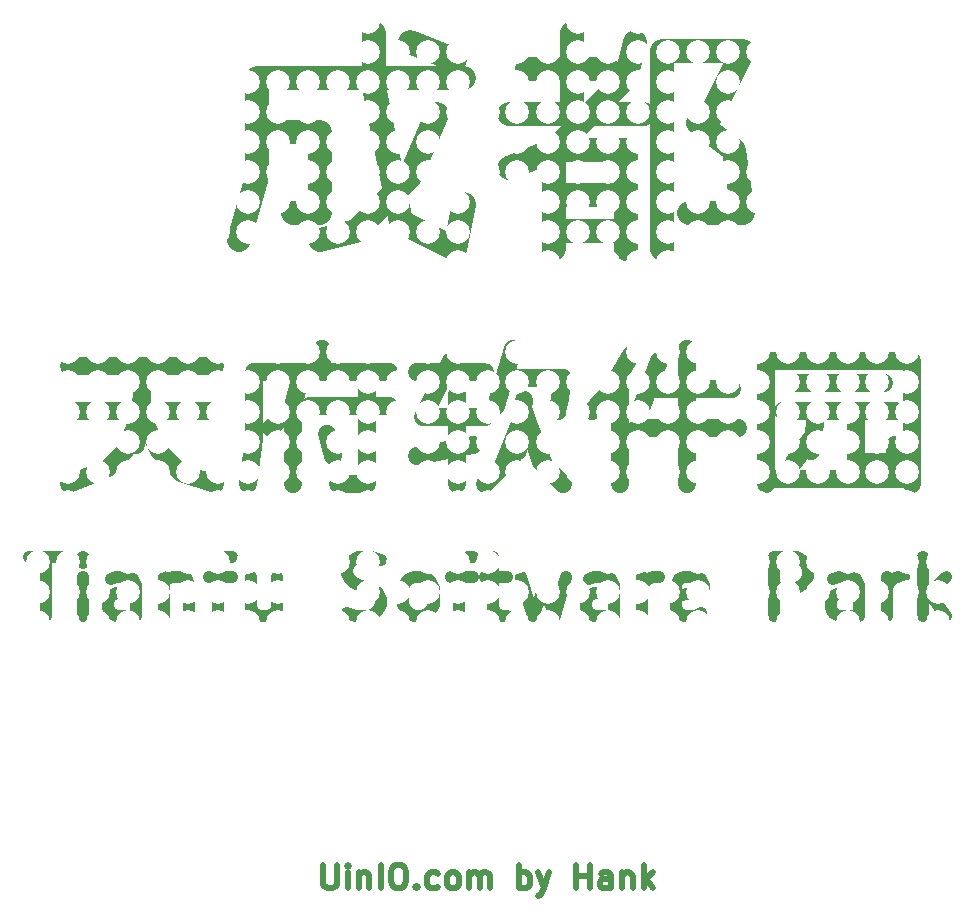
<source format=gto>
%TF.GenerationSoftware,KiCad,Pcbnew,(6.0.5)*%
%TF.CreationDate,2022-05-26T18:09:24+08:00*%
%TF.ProjectId,Dot_Board,446f745f-426f-4617-9264-2e6b69636164,rev?*%
%TF.SameCoordinates,Original*%
%TF.FileFunction,Legend,Top*%
%TF.FilePolarity,Positive*%
%FSLAX46Y46*%
G04 Gerber Fmt 4.6, Leading zero omitted, Abs format (unit mm)*
G04 Created by KiCad (PCBNEW (6.0.5)) date 2022-05-26 18:09:24*
%MOMM*%
%LPD*%
G01*
G04 APERTURE LIST*
%ADD10C,1.000000*%
%ADD11C,2.000000*%
%ADD12C,1.500000*%
%ADD13C,0.500000*%
%ADD14C,2.000000*%
%ADD15C,5.000000*%
G04 APERTURE END LIST*
D10*
X113682380Y-121471904D02*
X116539523Y-121471904D01*
X115110952Y-126471904D02*
X115110952Y-121471904D01*
X118206190Y-126471904D02*
X118206190Y-123138571D01*
X118206190Y-121471904D02*
X117968095Y-121710000D01*
X118206190Y-121948095D01*
X118444285Y-121710000D01*
X118206190Y-121471904D01*
X118206190Y-121948095D01*
X122730000Y-126471904D02*
X122730000Y-123852857D01*
X122491904Y-123376666D01*
X122015714Y-123138571D01*
X121063333Y-123138571D01*
X120587142Y-123376666D01*
X122730000Y-126233809D02*
X122253809Y-126471904D01*
X121063333Y-126471904D01*
X120587142Y-126233809D01*
X120349047Y-125757619D01*
X120349047Y-125281428D01*
X120587142Y-124805238D01*
X121063333Y-124567142D01*
X122253809Y-124567142D01*
X122730000Y-124329047D01*
X125110952Y-123138571D02*
X125110952Y-126471904D01*
X125110952Y-123614761D02*
X125349047Y-123376666D01*
X125825238Y-123138571D01*
X126539523Y-123138571D01*
X127015714Y-123376666D01*
X127253809Y-123852857D01*
X127253809Y-126471904D01*
X128920476Y-123138571D02*
X130825238Y-123138571D01*
X129634761Y-126471904D02*
X129634761Y-122186190D01*
X129872857Y-121710000D01*
X130349047Y-121471904D01*
X130825238Y-121471904D01*
X134634761Y-123138571D02*
X134634761Y-126471904D01*
X132491904Y-123138571D02*
X132491904Y-125757619D01*
X132730000Y-126233809D01*
X133206190Y-126471904D01*
X133920476Y-126471904D01*
X134396666Y-126233809D01*
X134634761Y-125995714D01*
X140587142Y-126233809D02*
X141301428Y-126471904D01*
X142491904Y-126471904D01*
X142968095Y-126233809D01*
X143206190Y-125995714D01*
X143444285Y-125519523D01*
X143444285Y-125043333D01*
X143206190Y-124567142D01*
X142968095Y-124329047D01*
X142491904Y-124090952D01*
X141539523Y-123852857D01*
X141063333Y-123614761D01*
X140825238Y-123376666D01*
X140587142Y-122900476D01*
X140587142Y-122424285D01*
X140825238Y-121948095D01*
X141063333Y-121710000D01*
X141539523Y-121471904D01*
X142730000Y-121471904D01*
X143444285Y-121710000D01*
X146301428Y-126471904D02*
X145825238Y-126233809D01*
X145587142Y-125995714D01*
X145349047Y-125519523D01*
X145349047Y-124090952D01*
X145587142Y-123614761D01*
X145825238Y-123376666D01*
X146301428Y-123138571D01*
X147015714Y-123138571D01*
X147491904Y-123376666D01*
X147730000Y-123614761D01*
X147968095Y-124090952D01*
X147968095Y-125519523D01*
X147730000Y-125995714D01*
X147491904Y-126233809D01*
X147015714Y-126471904D01*
X146301428Y-126471904D01*
X149396666Y-123138571D02*
X151301428Y-123138571D01*
X150110952Y-126471904D02*
X150110952Y-122186190D01*
X150349047Y-121710000D01*
X150825238Y-121471904D01*
X151301428Y-121471904D01*
X152253809Y-123138571D02*
X154158571Y-123138571D01*
X152968095Y-121471904D02*
X152968095Y-125757619D01*
X153206190Y-126233809D01*
X153682380Y-126471904D01*
X154158571Y-126471904D01*
X155349047Y-123138571D02*
X156301428Y-126471904D01*
X157253809Y-124090952D01*
X158206190Y-126471904D01*
X159158571Y-123138571D01*
X163206190Y-126471904D02*
X163206190Y-123852857D01*
X162968095Y-123376666D01*
X162491904Y-123138571D01*
X161539523Y-123138571D01*
X161063333Y-123376666D01*
X163206190Y-126233809D02*
X162730000Y-126471904D01*
X161539523Y-126471904D01*
X161063333Y-126233809D01*
X160825238Y-125757619D01*
X160825238Y-125281428D01*
X161063333Y-124805238D01*
X161539523Y-124567142D01*
X162730000Y-124567142D01*
X163206190Y-124329047D01*
X165587142Y-126471904D02*
X165587142Y-123138571D01*
X165587142Y-124090952D02*
X165825238Y-123614761D01*
X166063333Y-123376666D01*
X166539523Y-123138571D01*
X167015714Y-123138571D01*
X170587142Y-126233809D02*
X170110952Y-126471904D01*
X169158571Y-126471904D01*
X168682380Y-126233809D01*
X168444285Y-125757619D01*
X168444285Y-123852857D01*
X168682380Y-123376666D01*
X169158571Y-123138571D01*
X170110952Y-123138571D01*
X170587142Y-123376666D01*
X170825238Y-123852857D01*
X170825238Y-124329047D01*
X168444285Y-124805238D01*
X176777619Y-126471904D02*
X176777619Y-121471904D01*
X178682380Y-121471904D01*
X179158571Y-121710000D01*
X179396666Y-121948095D01*
X179634761Y-122424285D01*
X179634761Y-123138571D01*
X179396666Y-123614761D01*
X179158571Y-123852857D01*
X178682380Y-124090952D01*
X176777619Y-124090952D01*
X183920476Y-126471904D02*
X183920476Y-123852857D01*
X183682380Y-123376666D01*
X183206190Y-123138571D01*
X182253809Y-123138571D01*
X181777619Y-123376666D01*
X183920476Y-126233809D02*
X183444285Y-126471904D01*
X182253809Y-126471904D01*
X181777619Y-126233809D01*
X181539523Y-125757619D01*
X181539523Y-125281428D01*
X181777619Y-124805238D01*
X182253809Y-124567142D01*
X183444285Y-124567142D01*
X183920476Y-124329047D01*
X186301428Y-126471904D02*
X186301428Y-123138571D01*
X186301428Y-124090952D02*
X186539523Y-123614761D01*
X186777619Y-123376666D01*
X187253809Y-123138571D01*
X187730000Y-123138571D01*
X189396666Y-126471904D02*
X189396666Y-121471904D01*
X189872857Y-124567142D02*
X191301428Y-126471904D01*
X191301428Y-123138571D02*
X189396666Y-125043333D01*
D11*
X132980476Y-80961904D02*
X150504285Y-80961904D01*
X136028095Y-92390476D02*
X138313809Y-92390476D01*
X132980476Y-85533333D02*
X138313809Y-85533333D01*
X138313809Y-92390476D01*
X145932857Y-77914285D02*
X149742380Y-79438095D01*
X148218571Y-84009523D02*
X145932857Y-89342857D01*
X141361428Y-93914285D01*
X138313809Y-94676190D01*
X132980476Y-80961904D02*
X132980476Y-89342857D01*
X131456666Y-94676190D01*
X142885238Y-77152380D02*
X142885238Y-81723809D01*
X145170952Y-93152380D01*
X149742380Y-95438095D01*
X150504285Y-91628571D01*
X155837619Y-80200000D02*
X162694761Y-80200000D01*
X154313809Y-84009523D02*
X165742380Y-84009523D01*
X158123333Y-90866666D02*
X164218571Y-90866666D01*
X158123333Y-93914285D02*
X164218571Y-93914285D01*
X158123333Y-87057142D02*
X158123333Y-95438095D01*
X159647142Y-77152380D02*
X159647142Y-84009523D01*
X158123333Y-87057142D02*
X164218571Y-87057142D01*
X164218571Y-95438095D01*
X167266190Y-78676190D02*
X167266190Y-95438095D01*
X170313809Y-84771428D02*
X173361428Y-87057142D01*
X174123333Y-92390476D01*
X167266190Y-78676190D02*
X174123333Y-78676190D01*
X171075714Y-84771428D01*
X164980476Y-77914285D02*
X164218571Y-80961904D01*
X158123333Y-87057142D01*
X154313809Y-88580952D01*
X174123333Y-92390476D02*
X169551904Y-92390476D01*
D12*
X117017619Y-105333809D02*
X129398571Y-105333809D01*
X117493809Y-109143333D02*
X128922380Y-109143333D01*
X123208095Y-105333809D02*
X123208095Y-109619523D01*
X124636666Y-112476666D01*
X126541428Y-114381428D01*
X129398571Y-115333809D01*
X123208095Y-109143333D02*
X121779523Y-112476666D01*
X120350952Y-113905238D01*
X117017619Y-115333809D01*
X123208095Y-107714761D02*
X122731904Y-112000476D01*
X132731904Y-105810000D02*
X144160476Y-105810000D01*
X137493809Y-108667142D02*
X144160476Y-108667142D01*
X139874761Y-115333809D02*
X142255714Y-115333809D01*
X138446190Y-103905238D02*
X138446190Y-105810000D01*
X142255714Y-106286190D02*
X142255714Y-115333809D01*
X138922380Y-111048095D02*
X139398571Y-112952857D01*
X132731904Y-105810000D02*
X132731904Y-111524285D01*
X132255714Y-115333809D01*
X136541428Y-106762380D02*
X136065238Y-108667142D01*
X134160476Y-110571904D01*
X136065238Y-108667142D02*
X136065238Y-115333809D01*
X146541428Y-105810000D02*
X152255714Y-105810000D01*
X147017619Y-109619523D02*
X152255714Y-109619523D01*
X149874761Y-107714761D02*
X149874761Y-115333809D01*
X157017619Y-113429047D02*
X158922380Y-115333809D01*
X154636666Y-112952857D02*
X152255714Y-115333809D01*
X156065238Y-110571904D02*
X157493809Y-114381428D01*
X155112857Y-110571904D02*
X153684285Y-113905238D01*
X149398571Y-104857619D02*
X147017619Y-109619523D01*
X155589047Y-109143333D02*
X157017619Y-113429047D01*
X154160476Y-106286190D02*
X158922380Y-106286190D01*
X158446190Y-109143333D01*
X154636666Y-103905238D02*
X153208095Y-108667142D01*
X155589047Y-108190952D02*
X155112857Y-112476666D01*
X151303333Y-112000476D02*
X146541428Y-112952857D01*
X166541428Y-107238571D02*
X173208095Y-107238571D01*
X165112857Y-110571904D02*
X173684285Y-110571904D01*
X163684285Y-106286190D02*
X163684285Y-115333809D01*
X169398571Y-103905238D02*
X169398571Y-115333809D01*
X167017619Y-104857619D02*
X165589047Y-108667142D01*
X164636666Y-104381428D02*
X162731904Y-107714761D01*
X161303333Y-109143333D01*
X178446190Y-106762380D02*
X186065238Y-106762380D01*
X177493809Y-109143333D02*
X187017619Y-109143333D01*
X183684285Y-113429047D02*
X187017619Y-113429047D01*
X176065238Y-114857619D02*
X188446190Y-114857619D01*
X176065238Y-104857619D02*
X176065238Y-115333809D01*
X183684285Y-109143333D02*
X183684285Y-113429047D01*
X187017619Y-112000476D02*
X187017619Y-113429047D01*
X176065238Y-104857619D02*
X188446190Y-104857619D01*
X188446190Y-115333809D01*
X179874761Y-111524285D02*
X178446190Y-113429047D01*
X180350952Y-109143333D02*
X179874761Y-112476666D01*
D13*
X138585238Y-147524761D02*
X138585238Y-149143809D01*
X138680476Y-149334285D01*
X138775714Y-149429523D01*
X138966190Y-149524761D01*
X139347142Y-149524761D01*
X139537619Y-149429523D01*
X139632857Y-149334285D01*
X139728095Y-149143809D01*
X139728095Y-147524761D01*
X140680476Y-149524761D02*
X140680476Y-148191428D01*
X140680476Y-147524761D02*
X140585238Y-147620000D01*
X140680476Y-147715238D01*
X140775714Y-147620000D01*
X140680476Y-147524761D01*
X140680476Y-147715238D01*
X141632857Y-148191428D02*
X141632857Y-149524761D01*
X141632857Y-148381904D02*
X141728095Y-148286666D01*
X141918571Y-148191428D01*
X142204285Y-148191428D01*
X142394761Y-148286666D01*
X142490000Y-148477142D01*
X142490000Y-149524761D01*
X143442380Y-149524761D02*
X143442380Y-147524761D01*
X144775714Y-147524761D02*
X145156666Y-147524761D01*
X145347142Y-147620000D01*
X145537619Y-147810476D01*
X145632857Y-148191428D01*
X145632857Y-148858095D01*
X145537619Y-149239047D01*
X145347142Y-149429523D01*
X145156666Y-149524761D01*
X144775714Y-149524761D01*
X144585238Y-149429523D01*
X144394761Y-149239047D01*
X144299523Y-148858095D01*
X144299523Y-148191428D01*
X144394761Y-147810476D01*
X144585238Y-147620000D01*
X144775714Y-147524761D01*
X146490000Y-149334285D02*
X146585238Y-149429523D01*
X146490000Y-149524761D01*
X146394761Y-149429523D01*
X146490000Y-149334285D01*
X146490000Y-149524761D01*
X148299523Y-149429523D02*
X148109047Y-149524761D01*
X147728095Y-149524761D01*
X147537619Y-149429523D01*
X147442380Y-149334285D01*
X147347142Y-149143809D01*
X147347142Y-148572380D01*
X147442380Y-148381904D01*
X147537619Y-148286666D01*
X147728095Y-148191428D01*
X148109047Y-148191428D01*
X148299523Y-148286666D01*
X149442380Y-149524761D02*
X149251904Y-149429523D01*
X149156666Y-149334285D01*
X149061428Y-149143809D01*
X149061428Y-148572380D01*
X149156666Y-148381904D01*
X149251904Y-148286666D01*
X149442380Y-148191428D01*
X149728095Y-148191428D01*
X149918571Y-148286666D01*
X150013809Y-148381904D01*
X150109047Y-148572380D01*
X150109047Y-149143809D01*
X150013809Y-149334285D01*
X149918571Y-149429523D01*
X149728095Y-149524761D01*
X149442380Y-149524761D01*
X150966190Y-149524761D02*
X150966190Y-148191428D01*
X150966190Y-148381904D02*
X151061428Y-148286666D01*
X151251904Y-148191428D01*
X151537619Y-148191428D01*
X151728095Y-148286666D01*
X151823333Y-148477142D01*
X151823333Y-149524761D01*
X151823333Y-148477142D02*
X151918571Y-148286666D01*
X152109047Y-148191428D01*
X152394761Y-148191428D01*
X152585238Y-148286666D01*
X152680476Y-148477142D01*
X152680476Y-149524761D01*
X155156666Y-149524761D02*
X155156666Y-147524761D01*
X155156666Y-148286666D02*
X155347142Y-148191428D01*
X155728095Y-148191428D01*
X155918571Y-148286666D01*
X156013809Y-148381904D01*
X156109047Y-148572380D01*
X156109047Y-149143809D01*
X156013809Y-149334285D01*
X155918571Y-149429523D01*
X155728095Y-149524761D01*
X155347142Y-149524761D01*
X155156666Y-149429523D01*
X156775714Y-148191428D02*
X157251904Y-149524761D01*
X157728095Y-148191428D02*
X157251904Y-149524761D01*
X157061428Y-150000952D01*
X156966190Y-150096190D01*
X156775714Y-150191428D01*
X160013809Y-149524761D02*
X160013809Y-147524761D01*
X160013809Y-148477142D02*
X161156666Y-148477142D01*
X161156666Y-149524761D02*
X161156666Y-147524761D01*
X162966190Y-149524761D02*
X162966190Y-148477142D01*
X162870952Y-148286666D01*
X162680476Y-148191428D01*
X162299523Y-148191428D01*
X162109047Y-148286666D01*
X162966190Y-149429523D02*
X162775714Y-149524761D01*
X162299523Y-149524761D01*
X162109047Y-149429523D01*
X162013809Y-149239047D01*
X162013809Y-149048571D01*
X162109047Y-148858095D01*
X162299523Y-148762857D01*
X162775714Y-148762857D01*
X162966190Y-148667619D01*
X163918571Y-148191428D02*
X163918571Y-149524761D01*
X163918571Y-148381904D02*
X164013809Y-148286666D01*
X164204285Y-148191428D01*
X164490000Y-148191428D01*
X164680476Y-148286666D01*
X164775714Y-148477142D01*
X164775714Y-149524761D01*
X165728095Y-149524761D02*
X165728095Y-147524761D01*
X165918571Y-148762857D02*
X166490000Y-149524761D01*
X166490000Y-148191428D02*
X165728095Y-148953333D01*
%LPC*%
D14*
X193160000Y-149840000D03*
X190620000Y-149840000D03*
X193160000Y-147300000D03*
X190620000Y-147300000D03*
X198120000Y-147320000D03*
X134800000Y-149810000D03*
X132260000Y-149810000D03*
X134800000Y-147270000D03*
X132260000Y-147270000D03*
X183000000Y-149840000D03*
X180460000Y-149840000D03*
X188080000Y-149840000D03*
X185540000Y-149840000D03*
X183000000Y-147300000D03*
X180460000Y-147300000D03*
X188080000Y-147300000D03*
X185540000Y-147300000D03*
X172840000Y-149840000D03*
X170300000Y-149840000D03*
X177920000Y-149840000D03*
X175380000Y-149840000D03*
X172840000Y-147300000D03*
X170300000Y-147300000D03*
X177920000Y-147300000D03*
X175380000Y-147300000D03*
X124640000Y-147270000D03*
X122100000Y-147270000D03*
X129720000Y-147270000D03*
X127180000Y-147270000D03*
X124640000Y-149810000D03*
X122100000Y-149810000D03*
X129720000Y-149810000D03*
X127180000Y-149810000D03*
X114480000Y-149810000D03*
X111940000Y-149810000D03*
X119560000Y-149810000D03*
X117020000Y-149810000D03*
X119560000Y-147270000D03*
X117020000Y-147270000D03*
X114480000Y-147270000D03*
X111940000Y-147270000D03*
X106830000Y-142210000D03*
X106830000Y-139670000D03*
X106830000Y-137130000D03*
D15*
X107593355Y-56299014D03*
D14*
X185550000Y-53290000D03*
X193170000Y-53290000D03*
X190630000Y-53290000D03*
X188090000Y-53290000D03*
X175390000Y-53290000D03*
X183010000Y-53290000D03*
X177930000Y-53290000D03*
X180470000Y-53290000D03*
X165230000Y-53290000D03*
X172850000Y-53290000D03*
X167770000Y-53290000D03*
X170310000Y-53290000D03*
X162690000Y-53290000D03*
X160150000Y-53290000D03*
X149990000Y-53290000D03*
X142370000Y-53290000D03*
X157610000Y-53290000D03*
X147450000Y-53290000D03*
X144910000Y-53290000D03*
X137290000Y-53290000D03*
X134750000Y-53290000D03*
X139830000Y-53290000D03*
X155070000Y-53290000D03*
X152530000Y-53290000D03*
X119510000Y-53290000D03*
X111890000Y-53290000D03*
X124590000Y-53290000D03*
X114430000Y-53290000D03*
X129670000Y-53290000D03*
X122050000Y-53290000D03*
X132210000Y-53290000D03*
X127130000Y-53290000D03*
X116970000Y-53290000D03*
X198120000Y-55880000D03*
X188070000Y-55750000D03*
X193150000Y-55750000D03*
X190610000Y-55750000D03*
X177910000Y-55750000D03*
X185530000Y-55750000D03*
X180450000Y-55750000D03*
X182990000Y-55750000D03*
X167750000Y-55750000D03*
X175370000Y-55750000D03*
X170290000Y-55750000D03*
X172830000Y-55750000D03*
X165210000Y-55750000D03*
X162670000Y-55750000D03*
X152510000Y-55750000D03*
X144890000Y-55750000D03*
X160130000Y-55750000D03*
X149970000Y-55750000D03*
X147430000Y-55750000D03*
X139810000Y-55750000D03*
X137270000Y-55750000D03*
X142350000Y-55750000D03*
X157590000Y-55750000D03*
X155050000Y-55750000D03*
X122030000Y-55750000D03*
X114410000Y-55750000D03*
X111870000Y-55750000D03*
X127110000Y-55750000D03*
X116950000Y-55750000D03*
X132190000Y-55750000D03*
X124570000Y-55750000D03*
X134730000Y-55750000D03*
X129650000Y-55750000D03*
X119490000Y-55750000D03*
X200810000Y-134590000D03*
X200810000Y-142210000D03*
X200810000Y-139670000D03*
X200810000Y-137130000D03*
X200810000Y-124430000D03*
X200810000Y-132050000D03*
X200810000Y-126970000D03*
X200810000Y-129510000D03*
X200810000Y-114270000D03*
X200810000Y-121890000D03*
X200810000Y-116810000D03*
X200810000Y-119350000D03*
X200810000Y-111730000D03*
X200810000Y-109190000D03*
X200810000Y-99030000D03*
X200810000Y-91410000D03*
X200810000Y-106650000D03*
X200810000Y-96490000D03*
X200810000Y-93950000D03*
X200810000Y-86330000D03*
X200810000Y-83790000D03*
X200810000Y-88870000D03*
X200810000Y-104110000D03*
X200810000Y-101570000D03*
X200810000Y-68550000D03*
X200810000Y-60930000D03*
X200810000Y-73630000D03*
X200810000Y-63470000D03*
X200810000Y-78710000D03*
X200810000Y-71090000D03*
X200810000Y-81250000D03*
X200810000Y-76170000D03*
X200810000Y-66010000D03*
X198120000Y-147320000D03*
X198270000Y-137130000D03*
X198270000Y-142210000D03*
X198270000Y-139670000D03*
X198270000Y-126970000D03*
X198270000Y-134590000D03*
X198270000Y-129510000D03*
X198270000Y-132050000D03*
X198270000Y-116810000D03*
X198270000Y-124430000D03*
X198270000Y-119350000D03*
X198270000Y-121890000D03*
X198270000Y-114270000D03*
X198270000Y-111730000D03*
X198270000Y-101570000D03*
X198270000Y-93950000D03*
X198270000Y-109190000D03*
X198270000Y-99030000D03*
X198270000Y-96490000D03*
X198270000Y-88870000D03*
X198270000Y-86330000D03*
X198270000Y-91410000D03*
X198270000Y-106650000D03*
X198270000Y-104110000D03*
X198270000Y-71090000D03*
X198270000Y-63470000D03*
X198270000Y-60930000D03*
X198270000Y-76170000D03*
X198270000Y-66010000D03*
X198270000Y-81250000D03*
X198270000Y-73630000D03*
X198270000Y-83790000D03*
X198270000Y-78710000D03*
X198270000Y-68550000D03*
X195730000Y-137130000D03*
X195730000Y-142210000D03*
X195730000Y-139670000D03*
X195730000Y-126970000D03*
X195730000Y-134590000D03*
X195730000Y-129510000D03*
X195730000Y-132050000D03*
X195730000Y-116810000D03*
X195730000Y-124430000D03*
X195730000Y-119350000D03*
X195730000Y-121890000D03*
X195730000Y-114270000D03*
X195730000Y-111730000D03*
X195730000Y-101570000D03*
X195730000Y-93950000D03*
X195730000Y-109190000D03*
X195730000Y-99030000D03*
X195730000Y-96490000D03*
X195730000Y-88870000D03*
X195730000Y-86330000D03*
X195730000Y-91410000D03*
X195730000Y-106650000D03*
X195730000Y-104110000D03*
X195730000Y-71090000D03*
X195730000Y-63470000D03*
X195730000Y-60930000D03*
X195730000Y-76170000D03*
X195730000Y-66010000D03*
X195730000Y-81250000D03*
X195730000Y-73630000D03*
X195730000Y-83790000D03*
X195730000Y-78710000D03*
X195730000Y-68550000D03*
X109370000Y-137130000D03*
X109370000Y-142210000D03*
X109370000Y-139670000D03*
X109370000Y-126970000D03*
X109370000Y-134590000D03*
X109370000Y-129510000D03*
X109370000Y-132050000D03*
X109370000Y-116810000D03*
X109370000Y-124430000D03*
X109370000Y-119350000D03*
X109370000Y-121890000D03*
X109370000Y-114270000D03*
X109370000Y-111730000D03*
X109370000Y-101570000D03*
X109370000Y-93950000D03*
X109370000Y-109190000D03*
X109370000Y-99030000D03*
X109370000Y-96490000D03*
X109370000Y-88870000D03*
X109370000Y-86330000D03*
X109370000Y-91410000D03*
X109370000Y-106650000D03*
X109370000Y-104110000D03*
X109370000Y-71090000D03*
X109370000Y-63470000D03*
X109370000Y-60930000D03*
X109370000Y-76170000D03*
X109370000Y-66010000D03*
X109370000Y-81250000D03*
X109370000Y-73630000D03*
X109370000Y-83790000D03*
X109370000Y-78710000D03*
X109370000Y-68550000D03*
X111907742Y-144686769D03*
X111910000Y-134590000D03*
X111910000Y-142210000D03*
X111910000Y-139670000D03*
X111910000Y-137130000D03*
X111910000Y-124430000D03*
X111910000Y-132050000D03*
X111910000Y-126970000D03*
X111910000Y-129510000D03*
X111910000Y-114270000D03*
X111910000Y-121890000D03*
X111910000Y-116810000D03*
X111910000Y-119350000D03*
X111910000Y-111730000D03*
X111910000Y-109190000D03*
X111910000Y-99030000D03*
X111910000Y-91410000D03*
X111910000Y-106650000D03*
X111910000Y-96490000D03*
X111910000Y-93950000D03*
X111910000Y-86330000D03*
X111910000Y-83790000D03*
X111910000Y-88870000D03*
X111910000Y-104110000D03*
X111910000Y-101570000D03*
X111910000Y-68550000D03*
X111910000Y-60930000D03*
X111923268Y-58296769D03*
X111910000Y-73630000D03*
X111910000Y-63470000D03*
X111910000Y-78710000D03*
X111910000Y-71090000D03*
X111910000Y-81250000D03*
X111910000Y-76170000D03*
X111910000Y-66010000D03*
X193154474Y-144680000D03*
X193156732Y-134583231D03*
X193156732Y-142203231D03*
X193156732Y-139663231D03*
X193156732Y-137123231D03*
X193156732Y-124423231D03*
X193156732Y-132043231D03*
X193156732Y-126963231D03*
X193156732Y-129503231D03*
X193156732Y-114263231D03*
X193156732Y-121883231D03*
X193156732Y-116803231D03*
X193156732Y-119343231D03*
X193156732Y-111723231D03*
X193156732Y-109183231D03*
X193156732Y-99023231D03*
X193156732Y-91403231D03*
X193156732Y-106643231D03*
X193156732Y-96483231D03*
X193156732Y-93943231D03*
X193156732Y-86323231D03*
X193156732Y-83783231D03*
X193156732Y-88863231D03*
X193156732Y-104103231D03*
X193156732Y-101563231D03*
X193156732Y-68543231D03*
X193156732Y-60923231D03*
X193170000Y-58290000D03*
X193156732Y-73623231D03*
X193156732Y-63463231D03*
X193156732Y-78703231D03*
X193156732Y-71083231D03*
X193156732Y-81243231D03*
X193156732Y-76163231D03*
X193156732Y-66003231D03*
X190600000Y-144680000D03*
X190602258Y-134583231D03*
X190602258Y-142203231D03*
X190602258Y-139663231D03*
X190602258Y-137123231D03*
X190602258Y-124423231D03*
X190602258Y-132043231D03*
X190602258Y-126963231D03*
X190602258Y-129503231D03*
X190602258Y-114263231D03*
X190602258Y-121883231D03*
X190602258Y-116803231D03*
X190602258Y-119343231D03*
X190602258Y-111723231D03*
X190602258Y-109183231D03*
X190602258Y-99023231D03*
X190602258Y-91403231D03*
X190602258Y-106643231D03*
X190602258Y-96483231D03*
X190602258Y-93943231D03*
X190602258Y-86323231D03*
X190602258Y-83783231D03*
X190602258Y-88863231D03*
X190602258Y-104103231D03*
X190602258Y-101563231D03*
X190602258Y-68543231D03*
X190602258Y-60923231D03*
X190615526Y-58290000D03*
X190602258Y-73623231D03*
X190602258Y-63463231D03*
X190602258Y-78703231D03*
X190602258Y-71083231D03*
X190602258Y-81243231D03*
X190602258Y-76163231D03*
X190602258Y-66003231D03*
X188045527Y-144680000D03*
X188047785Y-134583231D03*
X188047785Y-142203231D03*
X188047785Y-139663231D03*
X188047785Y-137123231D03*
X188047785Y-124423231D03*
X188047785Y-132043231D03*
X188047785Y-126963231D03*
X188047785Y-129503231D03*
X188047785Y-114263231D03*
X188047785Y-121883231D03*
X188047785Y-116803231D03*
X188047785Y-119343231D03*
X188047785Y-111723231D03*
X188047785Y-109183231D03*
X188047785Y-99023231D03*
X188047785Y-91403231D03*
X188047785Y-106643231D03*
X188047785Y-96483231D03*
X188047785Y-93943231D03*
X188047785Y-86323231D03*
X188047785Y-83783231D03*
X188047785Y-88863231D03*
X188047785Y-104103231D03*
X188047785Y-101563231D03*
X188047785Y-68543231D03*
X188047785Y-60923231D03*
X188061053Y-58290000D03*
X188047785Y-73623231D03*
X188047785Y-63463231D03*
X188047785Y-78703231D03*
X188047785Y-71083231D03*
X188047785Y-81243231D03*
X188047785Y-76163231D03*
X188047785Y-66003231D03*
X185491053Y-144680000D03*
X185493311Y-134583231D03*
X185493311Y-142203231D03*
X185493311Y-139663231D03*
X185493311Y-137123231D03*
X185493311Y-124423231D03*
X185493311Y-132043231D03*
X185493311Y-126963231D03*
X185493311Y-129503231D03*
X185493311Y-114263231D03*
X185493311Y-121883231D03*
X185493311Y-116803231D03*
X185493311Y-119343231D03*
X185493311Y-111723231D03*
X185493311Y-109183231D03*
X185493311Y-99023231D03*
X185493311Y-91403231D03*
X185493311Y-106643231D03*
X185493311Y-96483231D03*
X185493311Y-93943231D03*
X185493311Y-86323231D03*
X185493311Y-83783231D03*
X185493311Y-88863231D03*
X185493311Y-104103231D03*
X185493311Y-101563231D03*
X185493311Y-68543231D03*
X185493311Y-60923231D03*
X185506579Y-58290000D03*
X185493311Y-73623231D03*
X185493311Y-63463231D03*
X185493311Y-78703231D03*
X185493311Y-71083231D03*
X185493311Y-81243231D03*
X185493311Y-76163231D03*
X185493311Y-66003231D03*
X183027742Y-144686769D03*
X183030000Y-134590000D03*
X183030000Y-142210000D03*
X183030000Y-139670000D03*
X183030000Y-137130000D03*
X183030000Y-124430000D03*
X183030000Y-132050000D03*
X183030000Y-126970000D03*
X183030000Y-129510000D03*
X183030000Y-114270000D03*
X183030000Y-121890000D03*
X183030000Y-116810000D03*
X183030000Y-119350000D03*
X183030000Y-111730000D03*
X183030000Y-109190000D03*
X183030000Y-99030000D03*
X183030000Y-91410000D03*
X183030000Y-106650000D03*
X183030000Y-96490000D03*
X183030000Y-93950000D03*
X183030000Y-86330000D03*
X183030000Y-83790000D03*
X183030000Y-88870000D03*
X183030000Y-104110000D03*
X183030000Y-101570000D03*
X183030000Y-68550000D03*
X183030000Y-60930000D03*
X183043268Y-58296769D03*
X183030000Y-73630000D03*
X183030000Y-63470000D03*
X183030000Y-78710000D03*
X183030000Y-71090000D03*
X183030000Y-81250000D03*
X183030000Y-76170000D03*
X183030000Y-66010000D03*
X180487742Y-144686769D03*
X180490000Y-134590000D03*
X180490000Y-142210000D03*
X180490000Y-139670000D03*
X180490000Y-137130000D03*
X180490000Y-124430000D03*
X180490000Y-132050000D03*
X180490000Y-126970000D03*
X180490000Y-129510000D03*
X180490000Y-114270000D03*
X180490000Y-121890000D03*
X180490000Y-116810000D03*
X180490000Y-119350000D03*
X180490000Y-111730000D03*
X180490000Y-109190000D03*
X180490000Y-99030000D03*
X180490000Y-91410000D03*
X180490000Y-106650000D03*
X180490000Y-96490000D03*
X180490000Y-93950000D03*
X180490000Y-86330000D03*
X180490000Y-83790000D03*
X180490000Y-88870000D03*
X180490000Y-104110000D03*
X180490000Y-101570000D03*
X180490000Y-68550000D03*
X180490000Y-60930000D03*
X180503268Y-58296769D03*
X180490000Y-73630000D03*
X180490000Y-63470000D03*
X180490000Y-78710000D03*
X180490000Y-71090000D03*
X180490000Y-81250000D03*
X180490000Y-76170000D03*
X180490000Y-66010000D03*
X177947742Y-144686769D03*
X177950000Y-134590000D03*
X177950000Y-142210000D03*
X177950000Y-139670000D03*
X177950000Y-137130000D03*
X177950000Y-124430000D03*
X177950000Y-132050000D03*
X177950000Y-126970000D03*
X177950000Y-129510000D03*
X177950000Y-114270000D03*
X177950000Y-121890000D03*
X177950000Y-116810000D03*
X177950000Y-119350000D03*
X177950000Y-111730000D03*
X177950000Y-109190000D03*
X177950000Y-99030000D03*
X177950000Y-91410000D03*
X177950000Y-106650000D03*
X177950000Y-96490000D03*
X177950000Y-93950000D03*
X177950000Y-86330000D03*
X177950000Y-83790000D03*
X177950000Y-88870000D03*
X177950000Y-104110000D03*
X177950000Y-101570000D03*
X177950000Y-68550000D03*
X177950000Y-60930000D03*
X177963268Y-58296769D03*
X177950000Y-73630000D03*
X177950000Y-63470000D03*
X177950000Y-78710000D03*
X177950000Y-71090000D03*
X177950000Y-81250000D03*
X177950000Y-76170000D03*
X177950000Y-66010000D03*
X175407742Y-144686769D03*
X175410000Y-134590000D03*
X175410000Y-142210000D03*
X175410000Y-139670000D03*
X175410000Y-137130000D03*
X175410000Y-124430000D03*
X175410000Y-132050000D03*
X175410000Y-126970000D03*
X175410000Y-129510000D03*
X175410000Y-114270000D03*
X175410000Y-121890000D03*
X175410000Y-116810000D03*
X175410000Y-119350000D03*
X175410000Y-111730000D03*
X175410000Y-109190000D03*
X175410000Y-99030000D03*
X175410000Y-91410000D03*
X175410000Y-106650000D03*
X175410000Y-96490000D03*
X175410000Y-93950000D03*
X175410000Y-86330000D03*
X175410000Y-83790000D03*
X175410000Y-88870000D03*
X175410000Y-104110000D03*
X175410000Y-101570000D03*
X175410000Y-68550000D03*
X175410000Y-60930000D03*
X175423268Y-58296769D03*
X175410000Y-73630000D03*
X175410000Y-63470000D03*
X175410000Y-78710000D03*
X175410000Y-71090000D03*
X175410000Y-81250000D03*
X175410000Y-76170000D03*
X175410000Y-66010000D03*
X172867742Y-144686769D03*
X172870000Y-134590000D03*
X172870000Y-142210000D03*
X172870000Y-139670000D03*
X172870000Y-137130000D03*
X172870000Y-124430000D03*
X172870000Y-132050000D03*
X172870000Y-126970000D03*
X172870000Y-129510000D03*
X172870000Y-114270000D03*
X172870000Y-121890000D03*
X172870000Y-116810000D03*
X172870000Y-119350000D03*
X172870000Y-111730000D03*
X172870000Y-109190000D03*
X172870000Y-99030000D03*
X172870000Y-91410000D03*
X172870000Y-106650000D03*
X172870000Y-96490000D03*
X172870000Y-93950000D03*
X172870000Y-86330000D03*
X172870000Y-83790000D03*
X172870000Y-88870000D03*
X172870000Y-104110000D03*
X172870000Y-101570000D03*
X172870000Y-68550000D03*
X172870000Y-60930000D03*
X172883268Y-58296769D03*
X172870000Y-73630000D03*
X172870000Y-63470000D03*
X172870000Y-78710000D03*
X172870000Y-71090000D03*
X172870000Y-81250000D03*
X172870000Y-76170000D03*
X172870000Y-66010000D03*
X170327742Y-144686769D03*
X170330000Y-134590000D03*
X170330000Y-142210000D03*
X170330000Y-139670000D03*
X170330000Y-137130000D03*
X170330000Y-124430000D03*
X170330000Y-132050000D03*
X170330000Y-126970000D03*
X170330000Y-129510000D03*
X170330000Y-114270000D03*
X170330000Y-121890000D03*
X170330000Y-116810000D03*
X170330000Y-119350000D03*
X170330000Y-111730000D03*
X170330000Y-109190000D03*
X170330000Y-99030000D03*
X170330000Y-91410000D03*
X170330000Y-106650000D03*
X170330000Y-96490000D03*
X170330000Y-93950000D03*
X170330000Y-86330000D03*
X170330000Y-83790000D03*
X170330000Y-88870000D03*
X170330000Y-104110000D03*
X170330000Y-101570000D03*
X170330000Y-68550000D03*
X170330000Y-60930000D03*
X170343268Y-58296769D03*
X170330000Y-73630000D03*
X170330000Y-63470000D03*
X170330000Y-78710000D03*
X170330000Y-71090000D03*
X170330000Y-81250000D03*
X170330000Y-76170000D03*
X170330000Y-66010000D03*
X167787742Y-144686769D03*
X167790000Y-134590000D03*
X167790000Y-142210000D03*
X167790000Y-139670000D03*
X167790000Y-137130000D03*
X167790000Y-124430000D03*
X167790000Y-132050000D03*
X167790000Y-126970000D03*
X167790000Y-129510000D03*
X167790000Y-114270000D03*
X167790000Y-121890000D03*
X167790000Y-116810000D03*
X167790000Y-119350000D03*
X167790000Y-111730000D03*
X167790000Y-109190000D03*
X167790000Y-99030000D03*
X167790000Y-91410000D03*
X167790000Y-106650000D03*
X167790000Y-96490000D03*
X167790000Y-93950000D03*
X167790000Y-86330000D03*
X167790000Y-83790000D03*
X167790000Y-88870000D03*
X167790000Y-104110000D03*
X167790000Y-101570000D03*
X167790000Y-68550000D03*
X167790000Y-60930000D03*
X167803268Y-58296769D03*
X167790000Y-73630000D03*
X167790000Y-63470000D03*
X167790000Y-78710000D03*
X167790000Y-71090000D03*
X167790000Y-81250000D03*
X167790000Y-76170000D03*
X167790000Y-66010000D03*
X165247742Y-144686769D03*
X165250000Y-134590000D03*
X165250000Y-142210000D03*
X165250000Y-139670000D03*
X165250000Y-137130000D03*
X165250000Y-124430000D03*
X165250000Y-132050000D03*
X165250000Y-126970000D03*
X165250000Y-129510000D03*
X165250000Y-114270000D03*
X165250000Y-121890000D03*
X165250000Y-116810000D03*
X165250000Y-119350000D03*
X165250000Y-111730000D03*
X165250000Y-109190000D03*
X165250000Y-99030000D03*
X165250000Y-91410000D03*
X165250000Y-106650000D03*
X165250000Y-96490000D03*
X165250000Y-93950000D03*
X165250000Y-86330000D03*
X165250000Y-83790000D03*
X165250000Y-88870000D03*
X165250000Y-104110000D03*
X165250000Y-101570000D03*
X165250000Y-68550000D03*
X165250000Y-60930000D03*
X165263268Y-58296769D03*
X165250000Y-73630000D03*
X165250000Y-63470000D03*
X165250000Y-78710000D03*
X165250000Y-71090000D03*
X165250000Y-81250000D03*
X165250000Y-76170000D03*
X165250000Y-66010000D03*
X162707742Y-144686769D03*
X162710000Y-134590000D03*
X162710000Y-142210000D03*
X162710000Y-139670000D03*
X162710000Y-137130000D03*
X162710000Y-124430000D03*
X162710000Y-132050000D03*
X162710000Y-126970000D03*
X162710000Y-129510000D03*
X162710000Y-114270000D03*
X162710000Y-121890000D03*
X162710000Y-116810000D03*
X162710000Y-119350000D03*
X162710000Y-111730000D03*
X162710000Y-109190000D03*
X162710000Y-99030000D03*
X162710000Y-91410000D03*
X162710000Y-106650000D03*
X162710000Y-96490000D03*
X162710000Y-93950000D03*
X162710000Y-86330000D03*
X162710000Y-83790000D03*
X162710000Y-88870000D03*
X162710000Y-104110000D03*
X162710000Y-101570000D03*
X162710000Y-68550000D03*
X162710000Y-60930000D03*
X162723268Y-58296769D03*
X162710000Y-73630000D03*
X162710000Y-63470000D03*
X162710000Y-78710000D03*
X162710000Y-71090000D03*
X162710000Y-81250000D03*
X162710000Y-76170000D03*
X162710000Y-66010000D03*
X160167742Y-144686769D03*
X160170000Y-134590000D03*
X160170000Y-142210000D03*
X160170000Y-139670000D03*
X160170000Y-137130000D03*
X160170000Y-124430000D03*
X160170000Y-132050000D03*
X160170000Y-126970000D03*
X160170000Y-129510000D03*
X160170000Y-114270000D03*
X160170000Y-121890000D03*
X160170000Y-116810000D03*
X160170000Y-119350000D03*
X160170000Y-111730000D03*
X160170000Y-109190000D03*
X160170000Y-99030000D03*
X160170000Y-91410000D03*
X160170000Y-106650000D03*
X160170000Y-96490000D03*
X160170000Y-93950000D03*
X160170000Y-86330000D03*
X160170000Y-83790000D03*
X160170000Y-88870000D03*
X160170000Y-104110000D03*
X160170000Y-101570000D03*
X160170000Y-68550000D03*
X160170000Y-60930000D03*
X160183268Y-58296769D03*
X160170000Y-73630000D03*
X160170000Y-63470000D03*
X160170000Y-78710000D03*
X160170000Y-71090000D03*
X160170000Y-81250000D03*
X160170000Y-76170000D03*
X160170000Y-66010000D03*
X157627742Y-144686769D03*
X157630000Y-134590000D03*
X157630000Y-142210000D03*
X157630000Y-139670000D03*
X157630000Y-137130000D03*
X157630000Y-124430000D03*
X157630000Y-132050000D03*
X157630000Y-126970000D03*
X157630000Y-129510000D03*
X157630000Y-114270000D03*
X157630000Y-121890000D03*
X157630000Y-116810000D03*
X157630000Y-119350000D03*
X157630000Y-111730000D03*
X157630000Y-109190000D03*
X157630000Y-99030000D03*
X157630000Y-91410000D03*
X157630000Y-106650000D03*
X157630000Y-96490000D03*
X157630000Y-93950000D03*
X157630000Y-86330000D03*
X157630000Y-83790000D03*
X157630000Y-88870000D03*
X157630000Y-104110000D03*
X157630000Y-101570000D03*
X157630000Y-68550000D03*
X157630000Y-60930000D03*
X157643268Y-58296769D03*
X157630000Y-73630000D03*
X157630000Y-63470000D03*
X157630000Y-78710000D03*
X157630000Y-71090000D03*
X157630000Y-81250000D03*
X157630000Y-76170000D03*
X157630000Y-66010000D03*
X155007669Y-144680000D03*
X155009927Y-134583231D03*
X155009927Y-142203231D03*
X155009927Y-139663231D03*
X155009927Y-137123231D03*
X155009927Y-124423231D03*
X155009927Y-132043231D03*
X155009927Y-126963231D03*
X155009927Y-129503231D03*
X155009927Y-114263231D03*
X155009927Y-121883231D03*
X155009927Y-116803231D03*
X155009927Y-119343231D03*
X155009927Y-111723231D03*
X155009927Y-109183231D03*
X155009927Y-99023231D03*
X155009927Y-91403231D03*
X155009927Y-106643231D03*
X155009927Y-96483231D03*
X155009927Y-93943231D03*
X155009927Y-86323231D03*
X155009927Y-83783231D03*
X155009927Y-88863231D03*
X155009927Y-104103231D03*
X155009927Y-101563231D03*
X155009927Y-68543231D03*
X155009927Y-60923231D03*
X155023195Y-58290000D03*
X155009927Y-73623231D03*
X155009927Y-63463231D03*
X155009927Y-78703231D03*
X155009927Y-71083231D03*
X155009927Y-81243231D03*
X155009927Y-76163231D03*
X155009927Y-66003231D03*
X152547742Y-144686769D03*
X152550000Y-134590000D03*
X152550000Y-142210000D03*
X152550000Y-139670000D03*
X152550000Y-137130000D03*
X152550000Y-124430000D03*
X152550000Y-132050000D03*
X152550000Y-126970000D03*
X152550000Y-129510000D03*
X152550000Y-114270000D03*
X152550000Y-121890000D03*
X152550000Y-116810000D03*
X152550000Y-119350000D03*
X152550000Y-111730000D03*
X152550000Y-109190000D03*
X152550000Y-99030000D03*
X152550000Y-91410000D03*
X152550000Y-106650000D03*
X152550000Y-96490000D03*
X152550000Y-93950000D03*
X152550000Y-86330000D03*
X152550000Y-83790000D03*
X152550000Y-88870000D03*
X152550000Y-104110000D03*
X152550000Y-101570000D03*
X152550000Y-68550000D03*
X152550000Y-60930000D03*
X152563268Y-58296769D03*
X152550000Y-73630000D03*
X152550000Y-63470000D03*
X152550000Y-78710000D03*
X152550000Y-71090000D03*
X152550000Y-81250000D03*
X152550000Y-76170000D03*
X152550000Y-66010000D03*
X150007742Y-144686769D03*
X150010000Y-134590000D03*
X150010000Y-142210000D03*
X150010000Y-139670000D03*
X150010000Y-137130000D03*
X150010000Y-124430000D03*
X150010000Y-132050000D03*
X150010000Y-126970000D03*
X150010000Y-129510000D03*
X150010000Y-114270000D03*
X150010000Y-121890000D03*
X150010000Y-116810000D03*
X150010000Y-119350000D03*
X150010000Y-111730000D03*
X150010000Y-109190000D03*
X150010000Y-99030000D03*
X150010000Y-91410000D03*
X150010000Y-106650000D03*
X150010000Y-96490000D03*
X150010000Y-93950000D03*
X150010000Y-86330000D03*
X150010000Y-83790000D03*
X150010000Y-88870000D03*
X150010000Y-104110000D03*
X150010000Y-101570000D03*
X150010000Y-68550000D03*
X150010000Y-60930000D03*
X150023268Y-58296769D03*
X150010000Y-73630000D03*
X150010000Y-63470000D03*
X150010000Y-78710000D03*
X150010000Y-71090000D03*
X150010000Y-81250000D03*
X150010000Y-76170000D03*
X150010000Y-66010000D03*
X147467742Y-144686769D03*
X147470000Y-134590000D03*
X147470000Y-142210000D03*
X147470000Y-139670000D03*
X147470000Y-137130000D03*
X147470000Y-124430000D03*
X147470000Y-132050000D03*
X147470000Y-126970000D03*
X147470000Y-129510000D03*
X147470000Y-114270000D03*
X147470000Y-121890000D03*
X147470000Y-116810000D03*
X147470000Y-119350000D03*
X147470000Y-111730000D03*
X147470000Y-109190000D03*
X147470000Y-99030000D03*
X147470000Y-91410000D03*
X147470000Y-106650000D03*
X147470000Y-96490000D03*
X147470000Y-93950000D03*
X147470000Y-86330000D03*
X147470000Y-83790000D03*
X147470000Y-88870000D03*
X147470000Y-104110000D03*
X147470000Y-101570000D03*
X147470000Y-68550000D03*
X147470000Y-60930000D03*
X147483268Y-58296769D03*
X147470000Y-73630000D03*
X147470000Y-63470000D03*
X147470000Y-78710000D03*
X147470000Y-71090000D03*
X147470000Y-81250000D03*
X147470000Y-76170000D03*
X147470000Y-66010000D03*
X144927742Y-144686769D03*
X144930000Y-134590000D03*
X144930000Y-142210000D03*
X144930000Y-139670000D03*
X144930000Y-137130000D03*
X144930000Y-124430000D03*
X144930000Y-132050000D03*
X144930000Y-126970000D03*
X144930000Y-129510000D03*
X144930000Y-114270000D03*
X144930000Y-121890000D03*
X144930000Y-116810000D03*
X144930000Y-119350000D03*
X144930000Y-111730000D03*
X144930000Y-109190000D03*
X144930000Y-99030000D03*
X144930000Y-91410000D03*
X144930000Y-106650000D03*
X144930000Y-96490000D03*
X144930000Y-93950000D03*
X144930000Y-86330000D03*
X144930000Y-83790000D03*
X144930000Y-88870000D03*
X144930000Y-104110000D03*
X144930000Y-101570000D03*
X144930000Y-68550000D03*
X144930000Y-60930000D03*
X144943268Y-58296769D03*
X144930000Y-73630000D03*
X144930000Y-63470000D03*
X144930000Y-78710000D03*
X144930000Y-71090000D03*
X144930000Y-81250000D03*
X144930000Y-76170000D03*
X144930000Y-66010000D03*
X142387742Y-144686769D03*
X142390000Y-134590000D03*
X142390000Y-142210000D03*
X142390000Y-139670000D03*
X142390000Y-137130000D03*
X142390000Y-124430000D03*
X142390000Y-132050000D03*
X142390000Y-126970000D03*
X142390000Y-129510000D03*
X142390000Y-114270000D03*
X142390000Y-121890000D03*
X142390000Y-116810000D03*
X142390000Y-119350000D03*
X142390000Y-111730000D03*
X142390000Y-109190000D03*
X142390000Y-99030000D03*
X142390000Y-91410000D03*
X142390000Y-106650000D03*
X142390000Y-96490000D03*
X142390000Y-93950000D03*
X142390000Y-86330000D03*
X142390000Y-83790000D03*
X142390000Y-88870000D03*
X142390000Y-104110000D03*
X142390000Y-101570000D03*
X142390000Y-68550000D03*
X142390000Y-60930000D03*
X142403268Y-58296769D03*
X142390000Y-73630000D03*
X142390000Y-63470000D03*
X142390000Y-78710000D03*
X142390000Y-71090000D03*
X142390000Y-81250000D03*
X142390000Y-76170000D03*
X142390000Y-66010000D03*
X139847742Y-144686769D03*
X139850000Y-134590000D03*
X139850000Y-142210000D03*
X139850000Y-139670000D03*
X139850000Y-137130000D03*
X139850000Y-124430000D03*
X139850000Y-132050000D03*
X139850000Y-126970000D03*
X139850000Y-129510000D03*
X139850000Y-114270000D03*
X139850000Y-121890000D03*
X139850000Y-116810000D03*
X139850000Y-119350000D03*
X139850000Y-111730000D03*
X139850000Y-109190000D03*
X139850000Y-99030000D03*
X139850000Y-91410000D03*
X139850000Y-106650000D03*
X139850000Y-96490000D03*
X139850000Y-93950000D03*
X139850000Y-86330000D03*
X139850000Y-83790000D03*
X139850000Y-88870000D03*
X139850000Y-104110000D03*
X139850000Y-101570000D03*
X139850000Y-68550000D03*
X139850000Y-60930000D03*
X139863268Y-58296769D03*
X139850000Y-73630000D03*
X139850000Y-63470000D03*
X139850000Y-78710000D03*
X139850000Y-71090000D03*
X139850000Y-81250000D03*
X139850000Y-76170000D03*
X139850000Y-66010000D03*
X137307742Y-144686769D03*
X137310000Y-134590000D03*
X137310000Y-142210000D03*
X137310000Y-139670000D03*
X137310000Y-137130000D03*
X137310000Y-124430000D03*
X137310000Y-132050000D03*
X137310000Y-126970000D03*
X137310000Y-129510000D03*
X137310000Y-114270000D03*
X137310000Y-121890000D03*
X137310000Y-116810000D03*
X137310000Y-119350000D03*
X137310000Y-111730000D03*
X137310000Y-109190000D03*
X137310000Y-99030000D03*
X137310000Y-91410000D03*
X137310000Y-106650000D03*
X137310000Y-96490000D03*
X137310000Y-93950000D03*
X137310000Y-86330000D03*
X137310000Y-83790000D03*
X137310000Y-88870000D03*
X137310000Y-104110000D03*
X137310000Y-101570000D03*
X137310000Y-68550000D03*
X137310000Y-60930000D03*
X137323268Y-58296769D03*
X137310000Y-73630000D03*
X137310000Y-63470000D03*
X137310000Y-78710000D03*
X137310000Y-71090000D03*
X137310000Y-81250000D03*
X137310000Y-76170000D03*
X137310000Y-66010000D03*
X134767742Y-144686769D03*
X134770000Y-134590000D03*
X134770000Y-142210000D03*
X134770000Y-139670000D03*
X134770000Y-137130000D03*
X134770000Y-124430000D03*
X134770000Y-132050000D03*
X134770000Y-126970000D03*
X134770000Y-129510000D03*
X134770000Y-114270000D03*
X134770000Y-121890000D03*
X134770000Y-116810000D03*
X134770000Y-119350000D03*
X134770000Y-111730000D03*
X134770000Y-109190000D03*
X134770000Y-99030000D03*
X134770000Y-91410000D03*
X134770000Y-106650000D03*
X134770000Y-96490000D03*
X134770000Y-93950000D03*
X134770000Y-86330000D03*
X134770000Y-83790000D03*
X134770000Y-88870000D03*
X134770000Y-104110000D03*
X134770000Y-101570000D03*
X134770000Y-68550000D03*
X134770000Y-60930000D03*
X134783268Y-58296769D03*
X134770000Y-73630000D03*
X134770000Y-63470000D03*
X134770000Y-78710000D03*
X134770000Y-71090000D03*
X134770000Y-81250000D03*
X134770000Y-76170000D03*
X134770000Y-66010000D03*
X132227742Y-144686769D03*
X132230000Y-134590000D03*
X132230000Y-142210000D03*
X132230000Y-139670000D03*
X132230000Y-137130000D03*
X132230000Y-124430000D03*
X132230000Y-132050000D03*
X132230000Y-126970000D03*
X132230000Y-129510000D03*
X132230000Y-114270000D03*
X132230000Y-121890000D03*
X132230000Y-116810000D03*
X132230000Y-119350000D03*
X132230000Y-111730000D03*
X132230000Y-109190000D03*
X132230000Y-99030000D03*
X132230000Y-91410000D03*
X132230000Y-106650000D03*
X132230000Y-96490000D03*
X132230000Y-93950000D03*
X132230000Y-86330000D03*
X132230000Y-83790000D03*
X132230000Y-88870000D03*
X132230000Y-104110000D03*
X132230000Y-101570000D03*
X132230000Y-68550000D03*
X132230000Y-60930000D03*
X132243268Y-58296769D03*
X132230000Y-73630000D03*
X132230000Y-63470000D03*
X132230000Y-78710000D03*
X132230000Y-71090000D03*
X132230000Y-81250000D03*
X132230000Y-76170000D03*
X132230000Y-66010000D03*
X129687742Y-144686769D03*
X129690000Y-134590000D03*
X129690000Y-142210000D03*
X129690000Y-139670000D03*
X129690000Y-137130000D03*
X129690000Y-124430000D03*
X129690000Y-132050000D03*
X129690000Y-126970000D03*
X129690000Y-129510000D03*
X129690000Y-114270000D03*
X129690000Y-121890000D03*
X129690000Y-116810000D03*
X129690000Y-119350000D03*
X129690000Y-111730000D03*
X129690000Y-109190000D03*
X129690000Y-99030000D03*
X129690000Y-91410000D03*
X129690000Y-106650000D03*
X129690000Y-96490000D03*
X129690000Y-93950000D03*
X129690000Y-86330000D03*
X129690000Y-83790000D03*
X129690000Y-88870000D03*
X129690000Y-104110000D03*
X129690000Y-101570000D03*
X129690000Y-68550000D03*
X129690000Y-60930000D03*
X129703268Y-58296769D03*
X129690000Y-73630000D03*
X129690000Y-63470000D03*
X129690000Y-78710000D03*
X129690000Y-71090000D03*
X129690000Y-81250000D03*
X129690000Y-76170000D03*
X129690000Y-66010000D03*
X127147742Y-144686769D03*
X127150000Y-134590000D03*
X127150000Y-142210000D03*
X127150000Y-139670000D03*
X127150000Y-137130000D03*
X127150000Y-124430000D03*
X127150000Y-132050000D03*
X127150000Y-126970000D03*
X127150000Y-129510000D03*
X127150000Y-114270000D03*
X127150000Y-121890000D03*
X127150000Y-116810000D03*
X127150000Y-119350000D03*
X127150000Y-111730000D03*
X127150000Y-109190000D03*
X127150000Y-99030000D03*
X127150000Y-91410000D03*
X127150000Y-106650000D03*
X127150000Y-96490000D03*
X127150000Y-93950000D03*
X127150000Y-86330000D03*
X127150000Y-83790000D03*
X127150000Y-88870000D03*
X127150000Y-104110000D03*
X127150000Y-101570000D03*
X127150000Y-68550000D03*
X127150000Y-60930000D03*
X127163268Y-58296769D03*
X127150000Y-73630000D03*
X127150000Y-63470000D03*
X127150000Y-78710000D03*
X127150000Y-71090000D03*
X127150000Y-81250000D03*
X127150000Y-76170000D03*
X127150000Y-66010000D03*
X124607742Y-144686769D03*
X124610000Y-134590000D03*
X124610000Y-142210000D03*
X124610000Y-139670000D03*
X124610000Y-137130000D03*
X124610000Y-124430000D03*
X124610000Y-132050000D03*
X124610000Y-126970000D03*
X124610000Y-129510000D03*
X124610000Y-114270000D03*
X124610000Y-121890000D03*
X124610000Y-116810000D03*
X124610000Y-119350000D03*
X124610000Y-111730000D03*
X124610000Y-109190000D03*
X124610000Y-99030000D03*
X124610000Y-91410000D03*
X124610000Y-106650000D03*
X124610000Y-96490000D03*
X124610000Y-93950000D03*
X124610000Y-86330000D03*
X124610000Y-83790000D03*
X124610000Y-88870000D03*
X124610000Y-104110000D03*
X124610000Y-101570000D03*
X124610000Y-68550000D03*
X124610000Y-60930000D03*
X124623268Y-58296769D03*
X124610000Y-73630000D03*
X124610000Y-63470000D03*
X124610000Y-78710000D03*
X124610000Y-71090000D03*
X124610000Y-81250000D03*
X124610000Y-76170000D03*
X124610000Y-66010000D03*
X122067742Y-144686769D03*
X122070000Y-134590000D03*
X122070000Y-142210000D03*
X122070000Y-139670000D03*
X122070000Y-137130000D03*
X122070000Y-124430000D03*
X122070000Y-132050000D03*
X122070000Y-126970000D03*
X122070000Y-129510000D03*
X122070000Y-114270000D03*
X122070000Y-121890000D03*
X122070000Y-116810000D03*
X122070000Y-119350000D03*
X122070000Y-111730000D03*
X122070000Y-109190000D03*
X122070000Y-99030000D03*
X122070000Y-91410000D03*
X122070000Y-106650000D03*
X122070000Y-96490000D03*
X122070000Y-93950000D03*
X122070000Y-86330000D03*
X122070000Y-83790000D03*
X122070000Y-88870000D03*
X122070000Y-104110000D03*
X122070000Y-101570000D03*
X122070000Y-68550000D03*
X122070000Y-60930000D03*
X122083268Y-58296769D03*
X122070000Y-73630000D03*
X122070000Y-63470000D03*
X122070000Y-78710000D03*
X122070000Y-71090000D03*
X122070000Y-81250000D03*
X122070000Y-76170000D03*
X122070000Y-66010000D03*
X119527742Y-144686769D03*
X119530000Y-134590000D03*
X119530000Y-142210000D03*
X119530000Y-139670000D03*
X119530000Y-137130000D03*
X119530000Y-124430000D03*
X119530000Y-132050000D03*
X119530000Y-126970000D03*
X119530000Y-129510000D03*
X119530000Y-114270000D03*
X119530000Y-121890000D03*
X119530000Y-116810000D03*
X119530000Y-119350000D03*
X119530000Y-111730000D03*
X119530000Y-109190000D03*
X119530000Y-99030000D03*
X119530000Y-91410000D03*
X119530000Y-106650000D03*
X119530000Y-96490000D03*
X119530000Y-93950000D03*
X119530000Y-86330000D03*
X119530000Y-83790000D03*
X119530000Y-88870000D03*
X119530000Y-104110000D03*
X119530000Y-101570000D03*
X119530000Y-68550000D03*
X119530000Y-60930000D03*
X119543268Y-58296769D03*
X119530000Y-73630000D03*
X119530000Y-63470000D03*
X119530000Y-78710000D03*
X119530000Y-71090000D03*
X119530000Y-81250000D03*
X119530000Y-76170000D03*
X119530000Y-66010000D03*
X116987742Y-144686769D03*
X116990000Y-134590000D03*
X116990000Y-142210000D03*
X116990000Y-139670000D03*
X116990000Y-137130000D03*
X116990000Y-124430000D03*
X116990000Y-132050000D03*
X116990000Y-126970000D03*
X116990000Y-129510000D03*
X116990000Y-114270000D03*
X116990000Y-121890000D03*
X116990000Y-116810000D03*
X116990000Y-119350000D03*
X116990000Y-111730000D03*
X116990000Y-109190000D03*
X116990000Y-99030000D03*
X116990000Y-91410000D03*
X116990000Y-106650000D03*
X116990000Y-96490000D03*
X116990000Y-93950000D03*
X116990000Y-86330000D03*
X116990000Y-83790000D03*
X116990000Y-88870000D03*
X116990000Y-104110000D03*
X116990000Y-101570000D03*
X116990000Y-68550000D03*
X116990000Y-60930000D03*
X117003268Y-58296769D03*
X116990000Y-73630000D03*
X116990000Y-63470000D03*
X116990000Y-78710000D03*
X116990000Y-71090000D03*
X116990000Y-81250000D03*
X116990000Y-76170000D03*
X116990000Y-66010000D03*
X114447742Y-144686769D03*
X114450000Y-142210000D03*
X114450000Y-139670000D03*
X114450000Y-137130000D03*
X114450000Y-134590000D03*
X114450000Y-132050000D03*
X114450000Y-129510000D03*
X114450000Y-126970000D03*
X114450000Y-124430000D03*
X114450000Y-121890000D03*
X114450000Y-119350000D03*
X114450000Y-116810000D03*
X114450000Y-114270000D03*
X114450000Y-111730000D03*
X114450000Y-109190000D03*
X114450000Y-106650000D03*
X114450000Y-104110000D03*
X114450000Y-101570000D03*
X114450000Y-99030000D03*
X114450000Y-96490000D03*
X114450000Y-93950000D03*
X114450000Y-91410000D03*
X114450000Y-88870000D03*
X114450000Y-86330000D03*
X114450000Y-83790000D03*
X114450000Y-81250000D03*
X114450000Y-78710000D03*
X114450000Y-76170000D03*
X114450000Y-73630000D03*
X114450000Y-71090000D03*
X114450000Y-68550000D03*
X114450000Y-66010000D03*
X114450000Y-63470000D03*
X114450000Y-60930000D03*
X114463268Y-58296769D03*
X106815526Y-134561052D03*
X106815526Y-132021052D03*
X106815526Y-129481052D03*
X106815526Y-126941052D03*
X106815526Y-124401052D03*
X106815526Y-121861052D03*
X106815526Y-119321052D03*
X106815526Y-116781052D03*
X106815526Y-114241052D03*
X106815526Y-111701052D03*
X106830000Y-109190000D03*
X106830000Y-106650000D03*
X106830000Y-104110000D03*
X106830000Y-101570000D03*
X106830000Y-99030000D03*
X106830000Y-96490000D03*
X106830000Y-93950000D03*
X106830000Y-91410000D03*
X106830000Y-88870000D03*
X106830000Y-86330000D03*
X106830000Y-83790000D03*
X106830000Y-81250000D03*
X104290000Y-142210000D03*
X104290000Y-134590000D03*
X104290000Y-126970000D03*
X104290000Y-124430000D03*
X104290000Y-132050000D03*
X104290000Y-139670000D03*
X104265501Y-137103309D03*
X104290000Y-121890000D03*
X104265501Y-129307434D03*
X104290000Y-114270000D03*
X104290000Y-106650000D03*
X104290000Y-104110000D03*
X104290000Y-111730000D03*
X104290000Y-119350000D03*
X104265501Y-116783309D03*
X104290000Y-101570000D03*
X104265501Y-108987434D03*
X104290000Y-93950000D03*
X104290000Y-86330000D03*
X104290000Y-83790000D03*
X104290000Y-91410000D03*
X104290000Y-99030000D03*
X104265501Y-96463309D03*
X104290000Y-81250000D03*
X104265501Y-88667434D03*
X104290000Y-60930000D03*
X104290000Y-63470000D03*
X104290000Y-66010000D03*
X104265501Y-68347434D03*
X104290000Y-71090000D03*
X104290000Y-73630000D03*
X104265501Y-76143309D03*
X104290000Y-78710000D03*
X106830000Y-60930000D03*
X106830000Y-78710000D03*
X106830000Y-76170000D03*
X106830000Y-73630000D03*
X106830000Y-71090000D03*
X106830000Y-68550000D03*
X106830000Y-66010000D03*
X106830000Y-63470000D03*
D15*
X107600000Y-146300000D03*
X197600000Y-146300000D03*
X197600000Y-56300000D03*
M02*

</source>
